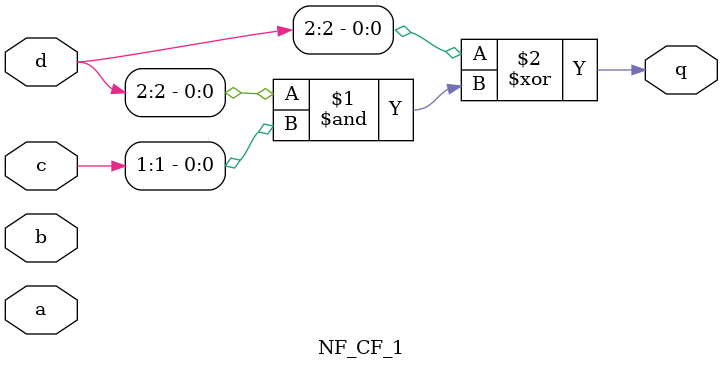
<source format=v>
/*
* -----------------------------------------------------------------
* COMPANY : Shandong University
* AUTHOR  : Yanhong Fan, Lixuan Wu, Chaoran Wang, Meiqin Wang
* DOCUMENT: "A Fast Search Method for 3-Share Second-Order Masking Schemes for Lightweight S-Boxes"  
* -----------------------------------------------------------------
*
* Copyright c 2023, Yanhong Fan, Lixuan Wu, Chaoran Wang, Meiqin Wang

*
* All rights reserved.
*
* THIS SOFTWARE IS PROVIDED BY THE COPYRIGHT HOLDERS AND CONTRIBUTORS "AS IS" AND
* ANY EXPRESS OR IMPLIED WARRANTIES, INCLUDING, BUT NOT LIMITED TO, THE IMPLIED
* WARRANTIES OF MERCHANTABILITY AND FITNESS FOR A PARTICULAR PURPOSE ARE
* DISCLAIMED. IN NO EVENT SHALL THE COPYRIGHT HOLDER OR CONTRIBUTERS BE LIABLE FOR ANY
* DIRECT, INDIRECT, INCIDENTAL, SPECIAL, EXEMPLARY, OR CONSEQUENTIAL DAMAGES
* INCLUDING, BUT NOT LIMITED TO, PROCUREMENT OF SUBSTITUTE GOODS OR SERVICES;
* LOSS OF USE, DATA, OR PROFITS; OR BUSINESS INTERRUPTION HOWEVER CAUSED AND
* ON ANY THEORY OF LIABILITY, WHETHER IN CONTRACT, STRICT LIABILITY, OR TORT
* INCLUDING NEGLIGENCE OR OTHERWISE ARISING IN ANY WAY OUT OF THE USE OF THIS
* SOFTWARE, EVEN IF ADVISED OF THE POSSIBILITY OF SUCH DAMAGE.
*
* Please see LICENSE and README for license and further instructions.
*/

module NF_CF_1(
    input [3:1] a,
    input [3:1] b,
    input [3:1] c,
    input [3:1] d,
    output q 
	 );
	 
	parameter num = 1;
	 
	generate

		if(num==0) begin
			assign q = a[1] ^ (d[1]&c[1]);
		end
		if(num==1) begin
			assign q = d[2] ^ (d[2]&c[1]);
		end
		if(num==2) begin
			assign q = c[1] ^ (d[3]&c[1]);
		end
		if(num==3) begin
			assign q = c[2] ^ (d[1]&c[2]);
		end
		if(num==4) begin
			assign q = a[2] ^ (d[2]&c[2]);
		end
		if(num==5) begin
			assign q = d[3]^(d[3]&c[2]);
		end
		if(num==6) begin
			assign q = d[1] ^ (d[1]&c[3]);
		end
		if(num==7) begin
			assign q = c[3]^(d[2]&c[3]);
		end
		if(num==8) begin
			assign q = a[3] ^ (d[3]&c[3]);
		end
		if(num==9) begin
			assign q = b[1] ^ (c[1]&b[1]);
		end
		if(num==10) begin
			assign q =d[2]^(c[1]&b[2]);
		end
		if(num==11) begin
			assign q = c[1] ^ (c[1]&b[3]);
		end
		if(num==12) begin
			assign q = c[2] ^ (c[2]&b[1]);
		end
		if(num==13) begin
			assign q = b[2] ^ (c[2]&b[2]);
		end
		if(num==14) begin
			assign q = d[3]^(c[2]&b[3]);
		end
		if(num==15) begin
			assign q = d[1]^ (c[3]&b[1]);
		end
		if(num==16) begin
			assign q = c[3] ^ (c[3]&b[2]);
		end
		if(num==17) begin
			assign q = b[3] ^ (c[3]&b[3]);
		end
		


	endgenerate


endmodule

</source>
